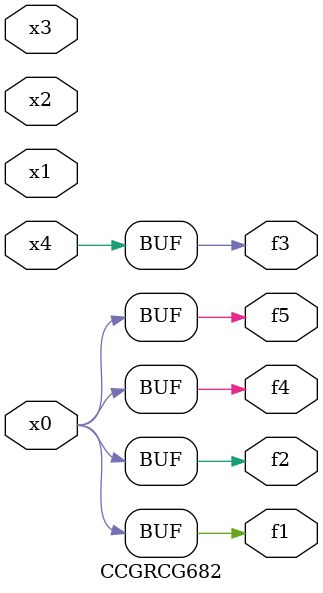
<source format=v>
module CCGRCG682(
	input x0, x1, x2, x3, x4,
	output f1, f2, f3, f4, f5
);
	assign f1 = x0;
	assign f2 = x0;
	assign f3 = x4;
	assign f4 = x0;
	assign f5 = x0;
endmodule

</source>
